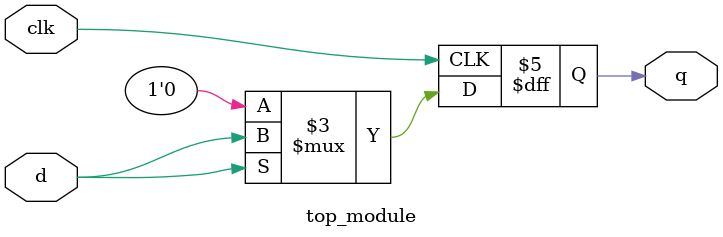
<source format=v>
module top_module (
    input clk,    // Clocks are used in sequential circuits
    input d,
    output reg q );//

    // Use a clocked always block
    //   copy d to q at every positive edge of clk
    //   Clocked always blocks should use non-blocking assignments
    
    always @(posedge clk)begin
        if(d)begin
            q<=d;
        end
        else begin
            q<=0;
        end
    end

endmodule

</source>
